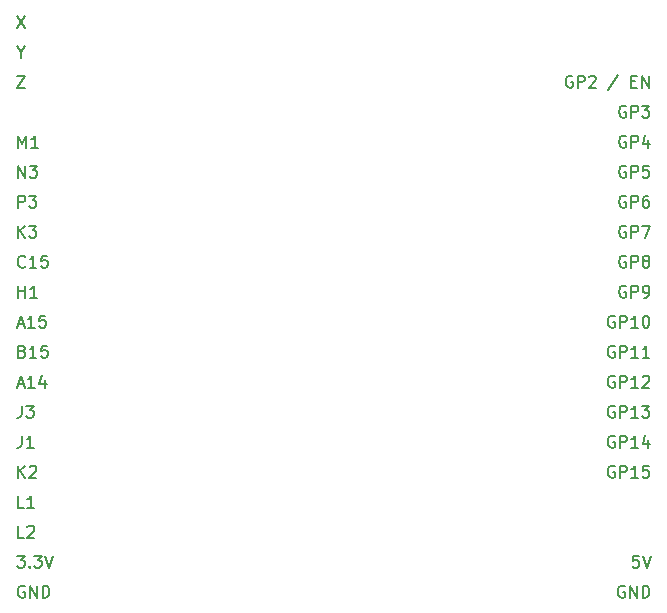
<source format=gbr>
%TF.GenerationSoftware,KiCad,Pcbnew,(6.0.5)*%
%TF.CreationDate,2022-08-29T20:00:15+10:00*%
%TF.ProjectId,shield,73686965-6c64-42e6-9b69-6361645f7063,rev?*%
%TF.SameCoordinates,Original*%
%TF.FileFunction,Legend,Top*%
%TF.FilePolarity,Positive*%
%FSLAX46Y46*%
G04 Gerber Fmt 4.6, Leading zero omitted, Abs format (unit mm)*
G04 Created by KiCad (PCBNEW (6.0.5)) date 2022-08-29 20:00:15*
%MOMM*%
%LPD*%
G01*
G04 APERTURE LIST*
%ADD10C,0.150000*%
G04 APERTURE END LIST*
D10*
X106013333Y-71890000D02*
X105918095Y-71842380D01*
X105775238Y-71842380D01*
X105632380Y-71890000D01*
X105537142Y-71985238D01*
X105489523Y-72080476D01*
X105441904Y-72270952D01*
X105441904Y-72413809D01*
X105489523Y-72604285D01*
X105537142Y-72699523D01*
X105632380Y-72794761D01*
X105775238Y-72842380D01*
X105870476Y-72842380D01*
X106013333Y-72794761D01*
X106060952Y-72747142D01*
X106060952Y-72413809D01*
X105870476Y-72413809D01*
X106489523Y-72842380D02*
X106489523Y-71842380D01*
X106870476Y-71842380D01*
X106965714Y-71890000D01*
X107013333Y-71937619D01*
X107060952Y-72032857D01*
X107060952Y-72175714D01*
X107013333Y-72270952D01*
X106965714Y-72318571D01*
X106870476Y-72366190D01*
X106489523Y-72366190D01*
X107394285Y-71842380D02*
X108013333Y-71842380D01*
X107679999Y-72223333D01*
X107822857Y-72223333D01*
X107918095Y-72270952D01*
X107965714Y-72318571D01*
X108013333Y-72413809D01*
X108013333Y-72651904D01*
X107965714Y-72747142D01*
X107918095Y-72794761D01*
X107822857Y-72842380D01*
X107537142Y-72842380D01*
X107441904Y-72794761D01*
X107394285Y-72747142D01*
X106013333Y-74430000D02*
X105918095Y-74382380D01*
X105775238Y-74382380D01*
X105632380Y-74430000D01*
X105537142Y-74525238D01*
X105489523Y-74620476D01*
X105441904Y-74810952D01*
X105441904Y-74953809D01*
X105489523Y-75144285D01*
X105537142Y-75239523D01*
X105632380Y-75334761D01*
X105775238Y-75382380D01*
X105870476Y-75382380D01*
X106013333Y-75334761D01*
X106060952Y-75287142D01*
X106060952Y-74953809D01*
X105870476Y-74953809D01*
X106489523Y-75382380D02*
X106489523Y-74382380D01*
X106870476Y-74382380D01*
X106965714Y-74430000D01*
X107013333Y-74477619D01*
X107060952Y-74572857D01*
X107060952Y-74715714D01*
X107013333Y-74810952D01*
X106965714Y-74858571D01*
X106870476Y-74906190D01*
X106489523Y-74906190D01*
X107918095Y-74715714D02*
X107918095Y-75382380D01*
X107679999Y-74334761D02*
X107441904Y-75049047D01*
X108060952Y-75049047D01*
X106013333Y-76970000D02*
X105918095Y-76922380D01*
X105775238Y-76922380D01*
X105632380Y-76970000D01*
X105537142Y-77065238D01*
X105489523Y-77160476D01*
X105441904Y-77350952D01*
X105441904Y-77493809D01*
X105489523Y-77684285D01*
X105537142Y-77779523D01*
X105632380Y-77874761D01*
X105775238Y-77922380D01*
X105870476Y-77922380D01*
X106013333Y-77874761D01*
X106060952Y-77827142D01*
X106060952Y-77493809D01*
X105870476Y-77493809D01*
X106489523Y-77922380D02*
X106489523Y-76922380D01*
X106870476Y-76922380D01*
X106965714Y-76970000D01*
X107013333Y-77017619D01*
X107060952Y-77112857D01*
X107060952Y-77255714D01*
X107013333Y-77350952D01*
X106965714Y-77398571D01*
X106870476Y-77446190D01*
X106489523Y-77446190D01*
X107965714Y-76922380D02*
X107489523Y-76922380D01*
X107441904Y-77398571D01*
X107489523Y-77350952D01*
X107584761Y-77303333D01*
X107822857Y-77303333D01*
X107918095Y-77350952D01*
X107965714Y-77398571D01*
X108013333Y-77493809D01*
X108013333Y-77731904D01*
X107965714Y-77827142D01*
X107918095Y-77874761D01*
X107822857Y-77922380D01*
X107584761Y-77922380D01*
X107489523Y-77874761D01*
X107441904Y-77827142D01*
X106013333Y-79510000D02*
X105918095Y-79462380D01*
X105775238Y-79462380D01*
X105632380Y-79510000D01*
X105537142Y-79605238D01*
X105489523Y-79700476D01*
X105441904Y-79890952D01*
X105441904Y-80033809D01*
X105489523Y-80224285D01*
X105537142Y-80319523D01*
X105632380Y-80414761D01*
X105775238Y-80462380D01*
X105870476Y-80462380D01*
X106013333Y-80414761D01*
X106060952Y-80367142D01*
X106060952Y-80033809D01*
X105870476Y-80033809D01*
X106489523Y-80462380D02*
X106489523Y-79462380D01*
X106870476Y-79462380D01*
X106965714Y-79510000D01*
X107013333Y-79557619D01*
X107060952Y-79652857D01*
X107060952Y-79795714D01*
X107013333Y-79890952D01*
X106965714Y-79938571D01*
X106870476Y-79986190D01*
X106489523Y-79986190D01*
X107918095Y-79462380D02*
X107727619Y-79462380D01*
X107632380Y-79510000D01*
X107584761Y-79557619D01*
X107489523Y-79700476D01*
X107441904Y-79890952D01*
X107441904Y-80271904D01*
X107489523Y-80367142D01*
X107537142Y-80414761D01*
X107632380Y-80462380D01*
X107822857Y-80462380D01*
X107918095Y-80414761D01*
X107965714Y-80367142D01*
X108013333Y-80271904D01*
X108013333Y-80033809D01*
X107965714Y-79938571D01*
X107918095Y-79890952D01*
X107822857Y-79843333D01*
X107632380Y-79843333D01*
X107537142Y-79890952D01*
X107489523Y-79938571D01*
X107441904Y-80033809D01*
X106013333Y-82050000D02*
X105918095Y-82002380D01*
X105775238Y-82002380D01*
X105632380Y-82050000D01*
X105537142Y-82145238D01*
X105489523Y-82240476D01*
X105441904Y-82430952D01*
X105441904Y-82573809D01*
X105489523Y-82764285D01*
X105537142Y-82859523D01*
X105632380Y-82954761D01*
X105775238Y-83002380D01*
X105870476Y-83002380D01*
X106013333Y-82954761D01*
X106060952Y-82907142D01*
X106060952Y-82573809D01*
X105870476Y-82573809D01*
X106489523Y-83002380D02*
X106489523Y-82002380D01*
X106870476Y-82002380D01*
X106965714Y-82050000D01*
X107013333Y-82097619D01*
X107060952Y-82192857D01*
X107060952Y-82335714D01*
X107013333Y-82430952D01*
X106965714Y-82478571D01*
X106870476Y-82526190D01*
X106489523Y-82526190D01*
X107394285Y-82002380D02*
X108060952Y-82002380D01*
X107632380Y-83002380D01*
X106013333Y-84590000D02*
X105918095Y-84542380D01*
X105775238Y-84542380D01*
X105632380Y-84590000D01*
X105537142Y-84685238D01*
X105489523Y-84780476D01*
X105441904Y-84970952D01*
X105441904Y-85113809D01*
X105489523Y-85304285D01*
X105537142Y-85399523D01*
X105632380Y-85494761D01*
X105775238Y-85542380D01*
X105870476Y-85542380D01*
X106013333Y-85494761D01*
X106060952Y-85447142D01*
X106060952Y-85113809D01*
X105870476Y-85113809D01*
X106489523Y-85542380D02*
X106489523Y-84542380D01*
X106870476Y-84542380D01*
X106965714Y-84590000D01*
X107013333Y-84637619D01*
X107060952Y-84732857D01*
X107060952Y-84875714D01*
X107013333Y-84970952D01*
X106965714Y-85018571D01*
X106870476Y-85066190D01*
X106489523Y-85066190D01*
X107632380Y-84970952D02*
X107537142Y-84923333D01*
X107489523Y-84875714D01*
X107441904Y-84780476D01*
X107441904Y-84732857D01*
X107489523Y-84637619D01*
X107537142Y-84590000D01*
X107632380Y-84542380D01*
X107822857Y-84542380D01*
X107918095Y-84590000D01*
X107965714Y-84637619D01*
X108013333Y-84732857D01*
X108013333Y-84780476D01*
X107965714Y-84875714D01*
X107918095Y-84923333D01*
X107822857Y-84970952D01*
X107632380Y-84970952D01*
X107537142Y-85018571D01*
X107489523Y-85066190D01*
X107441904Y-85161428D01*
X107441904Y-85351904D01*
X107489523Y-85447142D01*
X107537142Y-85494761D01*
X107632380Y-85542380D01*
X107822857Y-85542380D01*
X107918095Y-85494761D01*
X107965714Y-85447142D01*
X108013333Y-85351904D01*
X108013333Y-85161428D01*
X107965714Y-85066190D01*
X107918095Y-85018571D01*
X107822857Y-84970952D01*
X106013333Y-87130000D02*
X105918095Y-87082380D01*
X105775238Y-87082380D01*
X105632380Y-87130000D01*
X105537142Y-87225238D01*
X105489523Y-87320476D01*
X105441904Y-87510952D01*
X105441904Y-87653809D01*
X105489523Y-87844285D01*
X105537142Y-87939523D01*
X105632380Y-88034761D01*
X105775238Y-88082380D01*
X105870476Y-88082380D01*
X106013333Y-88034761D01*
X106060952Y-87987142D01*
X106060952Y-87653809D01*
X105870476Y-87653809D01*
X106489523Y-88082380D02*
X106489523Y-87082380D01*
X106870476Y-87082380D01*
X106965714Y-87130000D01*
X107013333Y-87177619D01*
X107060952Y-87272857D01*
X107060952Y-87415714D01*
X107013333Y-87510952D01*
X106965714Y-87558571D01*
X106870476Y-87606190D01*
X106489523Y-87606190D01*
X107537142Y-88082380D02*
X107727619Y-88082380D01*
X107822857Y-88034761D01*
X107870476Y-87987142D01*
X107965714Y-87844285D01*
X108013333Y-87653809D01*
X108013333Y-87272857D01*
X107965714Y-87177619D01*
X107918095Y-87130000D01*
X107822857Y-87082380D01*
X107632380Y-87082380D01*
X107537142Y-87130000D01*
X107489523Y-87177619D01*
X107441904Y-87272857D01*
X107441904Y-87510952D01*
X107489523Y-87606190D01*
X107537142Y-87653809D01*
X107632380Y-87701428D01*
X107822857Y-87701428D01*
X107918095Y-87653809D01*
X107965714Y-87606190D01*
X108013333Y-87510952D01*
X105060952Y-89670000D02*
X104965714Y-89622380D01*
X104822857Y-89622380D01*
X104680000Y-89670000D01*
X104584762Y-89765238D01*
X104537143Y-89860476D01*
X104489524Y-90050952D01*
X104489524Y-90193809D01*
X104537143Y-90384285D01*
X104584762Y-90479523D01*
X104680000Y-90574761D01*
X104822857Y-90622380D01*
X104918095Y-90622380D01*
X105060952Y-90574761D01*
X105108571Y-90527142D01*
X105108571Y-90193809D01*
X104918095Y-90193809D01*
X105537143Y-90622380D02*
X105537143Y-89622380D01*
X105918095Y-89622380D01*
X106013333Y-89670000D01*
X106060952Y-89717619D01*
X106108571Y-89812857D01*
X106108571Y-89955714D01*
X106060952Y-90050952D01*
X106013333Y-90098571D01*
X105918095Y-90146190D01*
X105537143Y-90146190D01*
X107060952Y-90622380D02*
X106489524Y-90622380D01*
X106775238Y-90622380D02*
X106775238Y-89622380D01*
X106680000Y-89765238D01*
X106584762Y-89860476D01*
X106489524Y-89908095D01*
X107680000Y-89622380D02*
X107775238Y-89622380D01*
X107870476Y-89670000D01*
X107918095Y-89717619D01*
X107965714Y-89812857D01*
X108013333Y-90003333D01*
X108013333Y-90241428D01*
X107965714Y-90431904D01*
X107918095Y-90527142D01*
X107870476Y-90574761D01*
X107775238Y-90622380D01*
X107680000Y-90622380D01*
X107584762Y-90574761D01*
X107537143Y-90527142D01*
X107489524Y-90431904D01*
X107441905Y-90241428D01*
X107441905Y-90003333D01*
X107489524Y-89812857D01*
X107537143Y-89717619D01*
X107584762Y-89670000D01*
X107680000Y-89622380D01*
X105060952Y-92210000D02*
X104965714Y-92162380D01*
X104822857Y-92162380D01*
X104680000Y-92210000D01*
X104584762Y-92305238D01*
X104537143Y-92400476D01*
X104489524Y-92590952D01*
X104489524Y-92733809D01*
X104537143Y-92924285D01*
X104584762Y-93019523D01*
X104680000Y-93114761D01*
X104822857Y-93162380D01*
X104918095Y-93162380D01*
X105060952Y-93114761D01*
X105108571Y-93067142D01*
X105108571Y-92733809D01*
X104918095Y-92733809D01*
X105537143Y-93162380D02*
X105537143Y-92162380D01*
X105918095Y-92162380D01*
X106013333Y-92210000D01*
X106060952Y-92257619D01*
X106108571Y-92352857D01*
X106108571Y-92495714D01*
X106060952Y-92590952D01*
X106013333Y-92638571D01*
X105918095Y-92686190D01*
X105537143Y-92686190D01*
X107060952Y-93162380D02*
X106489524Y-93162380D01*
X106775238Y-93162380D02*
X106775238Y-92162380D01*
X106680000Y-92305238D01*
X106584762Y-92400476D01*
X106489524Y-92448095D01*
X108013333Y-93162380D02*
X107441905Y-93162380D01*
X107727619Y-93162380D02*
X107727619Y-92162380D01*
X107632381Y-92305238D01*
X107537143Y-92400476D01*
X107441905Y-92448095D01*
X105060952Y-94750000D02*
X104965714Y-94702380D01*
X104822857Y-94702380D01*
X104680000Y-94750000D01*
X104584762Y-94845238D01*
X104537143Y-94940476D01*
X104489524Y-95130952D01*
X104489524Y-95273809D01*
X104537143Y-95464285D01*
X104584762Y-95559523D01*
X104680000Y-95654761D01*
X104822857Y-95702380D01*
X104918095Y-95702380D01*
X105060952Y-95654761D01*
X105108571Y-95607142D01*
X105108571Y-95273809D01*
X104918095Y-95273809D01*
X105537143Y-95702380D02*
X105537143Y-94702380D01*
X105918095Y-94702380D01*
X106013333Y-94750000D01*
X106060952Y-94797619D01*
X106108571Y-94892857D01*
X106108571Y-95035714D01*
X106060952Y-95130952D01*
X106013333Y-95178571D01*
X105918095Y-95226190D01*
X105537143Y-95226190D01*
X107060952Y-95702380D02*
X106489524Y-95702380D01*
X106775238Y-95702380D02*
X106775238Y-94702380D01*
X106680000Y-94845238D01*
X106584762Y-94940476D01*
X106489524Y-94988095D01*
X107441905Y-94797619D02*
X107489524Y-94750000D01*
X107584762Y-94702380D01*
X107822857Y-94702380D01*
X107918095Y-94750000D01*
X107965714Y-94797619D01*
X108013333Y-94892857D01*
X108013333Y-94988095D01*
X107965714Y-95130952D01*
X107394286Y-95702380D01*
X108013333Y-95702380D01*
X105060952Y-97290000D02*
X104965714Y-97242380D01*
X104822857Y-97242380D01*
X104680000Y-97290000D01*
X104584762Y-97385238D01*
X104537143Y-97480476D01*
X104489524Y-97670952D01*
X104489524Y-97813809D01*
X104537143Y-98004285D01*
X104584762Y-98099523D01*
X104680000Y-98194761D01*
X104822857Y-98242380D01*
X104918095Y-98242380D01*
X105060952Y-98194761D01*
X105108571Y-98147142D01*
X105108571Y-97813809D01*
X104918095Y-97813809D01*
X105537143Y-98242380D02*
X105537143Y-97242380D01*
X105918095Y-97242380D01*
X106013333Y-97290000D01*
X106060952Y-97337619D01*
X106108571Y-97432857D01*
X106108571Y-97575714D01*
X106060952Y-97670952D01*
X106013333Y-97718571D01*
X105918095Y-97766190D01*
X105537143Y-97766190D01*
X107060952Y-98242380D02*
X106489524Y-98242380D01*
X106775238Y-98242380D02*
X106775238Y-97242380D01*
X106680000Y-97385238D01*
X106584762Y-97480476D01*
X106489524Y-97528095D01*
X107394286Y-97242380D02*
X108013333Y-97242380D01*
X107680000Y-97623333D01*
X107822857Y-97623333D01*
X107918095Y-97670952D01*
X107965714Y-97718571D01*
X108013333Y-97813809D01*
X108013333Y-98051904D01*
X107965714Y-98147142D01*
X107918095Y-98194761D01*
X107822857Y-98242380D01*
X107537143Y-98242380D01*
X107441905Y-98194761D01*
X107394286Y-98147142D01*
X105060952Y-99830000D02*
X104965714Y-99782380D01*
X104822857Y-99782380D01*
X104680000Y-99830000D01*
X104584762Y-99925238D01*
X104537143Y-100020476D01*
X104489524Y-100210952D01*
X104489524Y-100353809D01*
X104537143Y-100544285D01*
X104584762Y-100639523D01*
X104680000Y-100734761D01*
X104822857Y-100782380D01*
X104918095Y-100782380D01*
X105060952Y-100734761D01*
X105108571Y-100687142D01*
X105108571Y-100353809D01*
X104918095Y-100353809D01*
X105537143Y-100782380D02*
X105537143Y-99782380D01*
X105918095Y-99782380D01*
X106013333Y-99830000D01*
X106060952Y-99877619D01*
X106108571Y-99972857D01*
X106108571Y-100115714D01*
X106060952Y-100210952D01*
X106013333Y-100258571D01*
X105918095Y-100306190D01*
X105537143Y-100306190D01*
X107060952Y-100782380D02*
X106489524Y-100782380D01*
X106775238Y-100782380D02*
X106775238Y-99782380D01*
X106680000Y-99925238D01*
X106584762Y-100020476D01*
X106489524Y-100068095D01*
X107918095Y-100115714D02*
X107918095Y-100782380D01*
X107680000Y-99734761D02*
X107441905Y-100449047D01*
X108060952Y-100449047D01*
X105060952Y-102370000D02*
X104965714Y-102322380D01*
X104822857Y-102322380D01*
X104680000Y-102370000D01*
X104584762Y-102465238D01*
X104537143Y-102560476D01*
X104489524Y-102750952D01*
X104489524Y-102893809D01*
X104537143Y-103084285D01*
X104584762Y-103179523D01*
X104680000Y-103274761D01*
X104822857Y-103322380D01*
X104918095Y-103322380D01*
X105060952Y-103274761D01*
X105108571Y-103227142D01*
X105108571Y-102893809D01*
X104918095Y-102893809D01*
X105537143Y-103322380D02*
X105537143Y-102322380D01*
X105918095Y-102322380D01*
X106013333Y-102370000D01*
X106060952Y-102417619D01*
X106108571Y-102512857D01*
X106108571Y-102655714D01*
X106060952Y-102750952D01*
X106013333Y-102798571D01*
X105918095Y-102846190D01*
X105537143Y-102846190D01*
X107060952Y-103322380D02*
X106489524Y-103322380D01*
X106775238Y-103322380D02*
X106775238Y-102322380D01*
X106680000Y-102465238D01*
X106584762Y-102560476D01*
X106489524Y-102608095D01*
X107965714Y-102322380D02*
X107489524Y-102322380D01*
X107441905Y-102798571D01*
X107489524Y-102750952D01*
X107584762Y-102703333D01*
X107822857Y-102703333D01*
X107918095Y-102750952D01*
X107965714Y-102798571D01*
X108013333Y-102893809D01*
X108013333Y-103131904D01*
X107965714Y-103227142D01*
X107918095Y-103274761D01*
X107822857Y-103322380D01*
X107584762Y-103322380D01*
X107489524Y-103274761D01*
X107441905Y-103227142D01*
X55070476Y-108402380D02*
X54594285Y-108402380D01*
X54594285Y-107402380D01*
X55356190Y-107497619D02*
X55403809Y-107450000D01*
X55499047Y-107402380D01*
X55737143Y-107402380D01*
X55832381Y-107450000D01*
X55880000Y-107497619D01*
X55927619Y-107592857D01*
X55927619Y-107688095D01*
X55880000Y-107830952D01*
X55308571Y-108402380D01*
X55927619Y-108402380D01*
X55070476Y-105862380D02*
X54594285Y-105862380D01*
X54594285Y-104862380D01*
X55927619Y-105862380D02*
X55356190Y-105862380D01*
X55641904Y-105862380D02*
X55641904Y-104862380D01*
X55546666Y-105005238D01*
X55451428Y-105100476D01*
X55356190Y-105148095D01*
X54594285Y-103322380D02*
X54594285Y-102322380D01*
X55165714Y-103322380D02*
X54737142Y-102750952D01*
X55165714Y-102322380D02*
X54594285Y-102893809D01*
X55546666Y-102417619D02*
X55594285Y-102370000D01*
X55689523Y-102322380D01*
X55927619Y-102322380D01*
X56022857Y-102370000D01*
X56070476Y-102417619D01*
X56118095Y-102512857D01*
X56118095Y-102608095D01*
X56070476Y-102750952D01*
X55499047Y-103322380D01*
X56118095Y-103322380D01*
X54880000Y-99782380D02*
X54880000Y-100496666D01*
X54832381Y-100639523D01*
X54737143Y-100734761D01*
X54594286Y-100782380D01*
X54499048Y-100782380D01*
X55880000Y-100782380D02*
X55308572Y-100782380D01*
X55594286Y-100782380D02*
X55594286Y-99782380D01*
X55499048Y-99925238D01*
X55403810Y-100020476D01*
X55308572Y-100068095D01*
X54880000Y-97242380D02*
X54880000Y-97956666D01*
X54832381Y-98099523D01*
X54737143Y-98194761D01*
X54594286Y-98242380D01*
X54499048Y-98242380D01*
X55260953Y-97242380D02*
X55880000Y-97242380D01*
X55546667Y-97623333D01*
X55689524Y-97623333D01*
X55784762Y-97670952D01*
X55832381Y-97718571D01*
X55880000Y-97813809D01*
X55880000Y-98051904D01*
X55832381Y-98147142D01*
X55784762Y-98194761D01*
X55689524Y-98242380D01*
X55403810Y-98242380D01*
X55308572Y-98194761D01*
X55260953Y-98147142D01*
X54546666Y-95416666D02*
X55022857Y-95416666D01*
X54451428Y-95702380D02*
X54784762Y-94702380D01*
X55118095Y-95702380D01*
X55975238Y-95702380D02*
X55403809Y-95702380D01*
X55689523Y-95702380D02*
X55689523Y-94702380D01*
X55594285Y-94845238D01*
X55499047Y-94940476D01*
X55403809Y-94988095D01*
X56832381Y-95035714D02*
X56832381Y-95702380D01*
X56594285Y-94654761D02*
X56356190Y-95369047D01*
X56975238Y-95369047D01*
X54927619Y-92638571D02*
X55070476Y-92686190D01*
X55118095Y-92733809D01*
X55165714Y-92829047D01*
X55165714Y-92971904D01*
X55118095Y-93067142D01*
X55070476Y-93114761D01*
X54975238Y-93162380D01*
X54594286Y-93162380D01*
X54594286Y-92162380D01*
X54927619Y-92162380D01*
X55022857Y-92210000D01*
X55070476Y-92257619D01*
X55118095Y-92352857D01*
X55118095Y-92448095D01*
X55070476Y-92543333D01*
X55022857Y-92590952D01*
X54927619Y-92638571D01*
X54594286Y-92638571D01*
X56118095Y-93162380D02*
X55546667Y-93162380D01*
X55832381Y-93162380D02*
X55832381Y-92162380D01*
X55737143Y-92305238D01*
X55641905Y-92400476D01*
X55546667Y-92448095D01*
X57022857Y-92162380D02*
X56546667Y-92162380D01*
X56499048Y-92638571D01*
X56546667Y-92590952D01*
X56641905Y-92543333D01*
X56880000Y-92543333D01*
X56975238Y-92590952D01*
X57022857Y-92638571D01*
X57070476Y-92733809D01*
X57070476Y-92971904D01*
X57022857Y-93067142D01*
X56975238Y-93114761D01*
X56880000Y-93162380D01*
X56641905Y-93162380D01*
X56546667Y-93114761D01*
X56499048Y-93067142D01*
X54546666Y-90336666D02*
X55022857Y-90336666D01*
X54451428Y-90622380D02*
X54784762Y-89622380D01*
X55118095Y-90622380D01*
X55975238Y-90622380D02*
X55403809Y-90622380D01*
X55689523Y-90622380D02*
X55689523Y-89622380D01*
X55594285Y-89765238D01*
X55499047Y-89860476D01*
X55403809Y-89908095D01*
X56880000Y-89622380D02*
X56403809Y-89622380D01*
X56356190Y-90098571D01*
X56403809Y-90050952D01*
X56499047Y-90003333D01*
X56737143Y-90003333D01*
X56832381Y-90050952D01*
X56880000Y-90098571D01*
X56927619Y-90193809D01*
X56927619Y-90431904D01*
X56880000Y-90527142D01*
X56832381Y-90574761D01*
X56737143Y-90622380D01*
X56499047Y-90622380D01*
X56403809Y-90574761D01*
X56356190Y-90527142D01*
X54594286Y-88082380D02*
X54594286Y-87082380D01*
X54594286Y-87558571D02*
X55165714Y-87558571D01*
X55165714Y-88082380D02*
X55165714Y-87082380D01*
X56165714Y-88082380D02*
X55594286Y-88082380D01*
X55880000Y-88082380D02*
X55880000Y-87082380D01*
X55784762Y-87225238D01*
X55689524Y-87320476D01*
X55594286Y-87368095D01*
X55165714Y-85447142D02*
X55118095Y-85494761D01*
X54975238Y-85542380D01*
X54880000Y-85542380D01*
X54737143Y-85494761D01*
X54641905Y-85399523D01*
X54594286Y-85304285D01*
X54546667Y-85113809D01*
X54546667Y-84970952D01*
X54594286Y-84780476D01*
X54641905Y-84685238D01*
X54737143Y-84590000D01*
X54880000Y-84542380D01*
X54975238Y-84542380D01*
X55118095Y-84590000D01*
X55165714Y-84637619D01*
X56118095Y-85542380D02*
X55546667Y-85542380D01*
X55832381Y-85542380D02*
X55832381Y-84542380D01*
X55737143Y-84685238D01*
X55641905Y-84780476D01*
X55546667Y-84828095D01*
X57022857Y-84542380D02*
X56546667Y-84542380D01*
X56499048Y-85018571D01*
X56546667Y-84970952D01*
X56641905Y-84923333D01*
X56880000Y-84923333D01*
X56975238Y-84970952D01*
X57022857Y-85018571D01*
X57070476Y-85113809D01*
X57070476Y-85351904D01*
X57022857Y-85447142D01*
X56975238Y-85494761D01*
X56880000Y-85542380D01*
X56641905Y-85542380D01*
X56546667Y-85494761D01*
X56499048Y-85447142D01*
X54594285Y-83002380D02*
X54594285Y-82002380D01*
X55165714Y-83002380D02*
X54737142Y-82430952D01*
X55165714Y-82002380D02*
X54594285Y-82573809D01*
X55499047Y-82002380D02*
X56118095Y-82002380D01*
X55784761Y-82383333D01*
X55927619Y-82383333D01*
X56022857Y-82430952D01*
X56070476Y-82478571D01*
X56118095Y-82573809D01*
X56118095Y-82811904D01*
X56070476Y-82907142D01*
X56022857Y-82954761D01*
X55927619Y-83002380D01*
X55641904Y-83002380D01*
X55546666Y-82954761D01*
X55499047Y-82907142D01*
X54594285Y-80462380D02*
X54594285Y-79462380D01*
X54975238Y-79462380D01*
X55070476Y-79510000D01*
X55118095Y-79557619D01*
X55165714Y-79652857D01*
X55165714Y-79795714D01*
X55118095Y-79890952D01*
X55070476Y-79938571D01*
X54975238Y-79986190D01*
X54594285Y-79986190D01*
X55499047Y-79462380D02*
X56118095Y-79462380D01*
X55784761Y-79843333D01*
X55927619Y-79843333D01*
X56022857Y-79890952D01*
X56070476Y-79938571D01*
X56118095Y-80033809D01*
X56118095Y-80271904D01*
X56070476Y-80367142D01*
X56022857Y-80414761D01*
X55927619Y-80462380D01*
X55641904Y-80462380D01*
X55546666Y-80414761D01*
X55499047Y-80367142D01*
X54594286Y-77922380D02*
X54594286Y-76922380D01*
X55165714Y-77922380D01*
X55165714Y-76922380D01*
X55546667Y-76922380D02*
X56165714Y-76922380D01*
X55832381Y-77303333D01*
X55975238Y-77303333D01*
X56070476Y-77350952D01*
X56118095Y-77398571D01*
X56165714Y-77493809D01*
X56165714Y-77731904D01*
X56118095Y-77827142D01*
X56070476Y-77874761D01*
X55975238Y-77922380D01*
X55689524Y-77922380D01*
X55594286Y-77874761D01*
X55546667Y-77827142D01*
X54594286Y-75382380D02*
X54594286Y-74382380D01*
X54927619Y-75096666D01*
X55260952Y-74382380D01*
X55260952Y-75382380D01*
X56260952Y-75382380D02*
X55689524Y-75382380D01*
X55975238Y-75382380D02*
X55975238Y-74382380D01*
X55880000Y-74525238D01*
X55784762Y-74620476D01*
X55689524Y-74668095D01*
X107108571Y-109942380D02*
X106632381Y-109942380D01*
X106584762Y-110418571D01*
X106632381Y-110370952D01*
X106727619Y-110323333D01*
X106965714Y-110323333D01*
X107060952Y-110370952D01*
X107108571Y-110418571D01*
X107156190Y-110513809D01*
X107156190Y-110751904D01*
X107108571Y-110847142D01*
X107060952Y-110894761D01*
X106965714Y-110942380D01*
X106727619Y-110942380D01*
X106632381Y-110894761D01*
X106584762Y-110847142D01*
X107441905Y-109942380D02*
X107775238Y-110942380D01*
X108108571Y-109942380D01*
X101489524Y-69350000D02*
X101394286Y-69302380D01*
X101251429Y-69302380D01*
X101108572Y-69350000D01*
X101013334Y-69445238D01*
X100965715Y-69540476D01*
X100918095Y-69730952D01*
X100918095Y-69873809D01*
X100965715Y-70064285D01*
X101013334Y-70159523D01*
X101108572Y-70254761D01*
X101251429Y-70302380D01*
X101346667Y-70302380D01*
X101489524Y-70254761D01*
X101537143Y-70207142D01*
X101537143Y-69873809D01*
X101346667Y-69873809D01*
X101965715Y-70302380D02*
X101965715Y-69302380D01*
X102346667Y-69302380D01*
X102441905Y-69350000D01*
X102489524Y-69397619D01*
X102537143Y-69492857D01*
X102537143Y-69635714D01*
X102489524Y-69730952D01*
X102441905Y-69778571D01*
X102346667Y-69826190D01*
X101965715Y-69826190D01*
X102918095Y-69397619D02*
X102965715Y-69350000D01*
X103060953Y-69302380D01*
X103299048Y-69302380D01*
X103394286Y-69350000D01*
X103441905Y-69397619D01*
X103489524Y-69492857D01*
X103489524Y-69588095D01*
X103441905Y-69730952D01*
X102870476Y-70302380D01*
X103489524Y-70302380D01*
X105394286Y-69254761D02*
X104537143Y-70540476D01*
X106489524Y-69778571D02*
X106822857Y-69778571D01*
X106965715Y-70302380D02*
X106489524Y-70302380D01*
X106489524Y-69302380D01*
X106965715Y-69302380D01*
X107394286Y-70302380D02*
X107394286Y-69302380D01*
X107965715Y-70302380D01*
X107965715Y-69302380D01*
X54784762Y-67286190D02*
X54784762Y-67762380D01*
X54451428Y-66762380D02*
X54784762Y-67286190D01*
X55118095Y-66762380D01*
X55118095Y-112530000D02*
X55022857Y-112482380D01*
X54880000Y-112482380D01*
X54737142Y-112530000D01*
X54641904Y-112625238D01*
X54594285Y-112720476D01*
X54546666Y-112910952D01*
X54546666Y-113053809D01*
X54594285Y-113244285D01*
X54641904Y-113339523D01*
X54737142Y-113434761D01*
X54880000Y-113482380D01*
X54975238Y-113482380D01*
X55118095Y-113434761D01*
X55165714Y-113387142D01*
X55165714Y-113053809D01*
X54975238Y-113053809D01*
X55594285Y-113482380D02*
X55594285Y-112482380D01*
X56165714Y-113482380D01*
X56165714Y-112482380D01*
X56641904Y-113482380D02*
X56641904Y-112482380D01*
X56880000Y-112482380D01*
X57022857Y-112530000D01*
X57118095Y-112625238D01*
X57165714Y-112720476D01*
X57213333Y-112910952D01*
X57213333Y-113053809D01*
X57165714Y-113244285D01*
X57118095Y-113339523D01*
X57022857Y-113434761D01*
X56880000Y-113482380D01*
X56641904Y-113482380D01*
X54499047Y-109942380D02*
X55118095Y-109942380D01*
X54784761Y-110323333D01*
X54927618Y-110323333D01*
X55022857Y-110370952D01*
X55070476Y-110418571D01*
X55118095Y-110513809D01*
X55118095Y-110751904D01*
X55070476Y-110847142D01*
X55022857Y-110894761D01*
X54927618Y-110942380D01*
X54641904Y-110942380D01*
X54546666Y-110894761D01*
X54499047Y-110847142D01*
X55546666Y-110847142D02*
X55594285Y-110894761D01*
X55546666Y-110942380D01*
X55499047Y-110894761D01*
X55546666Y-110847142D01*
X55546666Y-110942380D01*
X55927618Y-109942380D02*
X56546666Y-109942380D01*
X56213333Y-110323333D01*
X56356190Y-110323333D01*
X56451428Y-110370952D01*
X56499047Y-110418571D01*
X56546666Y-110513809D01*
X56546666Y-110751904D01*
X56499047Y-110847142D01*
X56451428Y-110894761D01*
X56356190Y-110942380D01*
X56070476Y-110942380D01*
X55975238Y-110894761D01*
X55927618Y-110847142D01*
X56832380Y-109942380D02*
X57165714Y-110942380D01*
X57499047Y-109942380D01*
X105918095Y-112530000D02*
X105822857Y-112482380D01*
X105680000Y-112482380D01*
X105537142Y-112530000D01*
X105441904Y-112625238D01*
X105394285Y-112720476D01*
X105346666Y-112910952D01*
X105346666Y-113053809D01*
X105394285Y-113244285D01*
X105441904Y-113339523D01*
X105537142Y-113434761D01*
X105680000Y-113482380D01*
X105775238Y-113482380D01*
X105918095Y-113434761D01*
X105965714Y-113387142D01*
X105965714Y-113053809D01*
X105775238Y-113053809D01*
X106394285Y-113482380D02*
X106394285Y-112482380D01*
X106965714Y-113482380D01*
X106965714Y-112482380D01*
X107441904Y-113482380D02*
X107441904Y-112482380D01*
X107680000Y-112482380D01*
X107822857Y-112530000D01*
X107918095Y-112625238D01*
X107965714Y-112720476D01*
X108013333Y-112910952D01*
X108013333Y-113053809D01*
X107965714Y-113244285D01*
X107918095Y-113339523D01*
X107822857Y-113434761D01*
X107680000Y-113482380D01*
X107441904Y-113482380D01*
X54499047Y-64222380D02*
X55165714Y-65222380D01*
X55165714Y-64222380D02*
X54499047Y-65222380D01*
X54499047Y-69302380D02*
X55165714Y-69302380D01*
X54499047Y-70302380D01*
X55165714Y-70302380D01*
M02*

</source>
